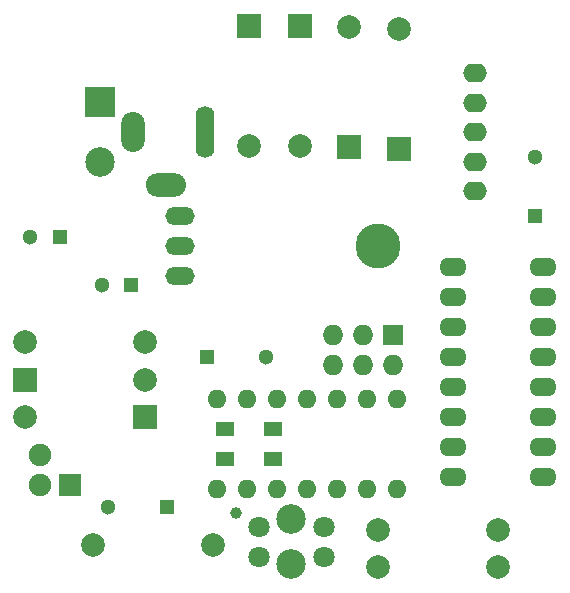
<source format=gbs>
G04 #@! TF.FileFunction,Soldermask,Bot*
%FSLAX46Y46*%
G04 Gerber Fmt 4.6, Leading zero omitted, Abs format (unit mm)*
G04 Created by KiCad (PCBNEW 4.0.2-stable) date 17/06/2016 14:35:20*
%MOMM*%
G01*
G04 APERTURE LIST*
%ADD10C,0.150000*%
%ADD11O,2.300000X1.600000*%
%ADD12O,1.600000X1.600000*%
%ADD13O,2.000000X1.600000*%
%ADD14R,1.600000X1.300000*%
%ADD15C,1.800000*%
%ADD16C,2.500000*%
%ADD17C,1.000000*%
%ADD18R,1.300000X1.300000*%
%ADD19C,1.300000*%
%ADD20O,1.600200X4.399280*%
%ADD21O,1.998980X3.401060*%
%ADD22O,3.401060X1.998980*%
%ADD23C,1.998980*%
%ADD24R,1.998980X1.998980*%
%ADD25R,2.499360X2.499360*%
%ADD26C,2.499360*%
%ADD27R,1.727200X1.727200*%
%ADD28O,1.727200X1.727200*%
%ADD29O,2.499360X1.501140*%
%ADD30C,3.799840*%
%ADD31R,1.905000X1.905000*%
%ADD32C,1.905000*%
G04 APERTURE END LIST*
D10*
D11*
X218694000Y-142668000D03*
X218694000Y-145208000D03*
X218694000Y-147748000D03*
X218694000Y-150288000D03*
X218694000Y-152828000D03*
X218694000Y-155368000D03*
X218694000Y-157908000D03*
X218694000Y-160448000D03*
X226314000Y-160448000D03*
X226314000Y-157908000D03*
X226314000Y-155368000D03*
X226314000Y-152828000D03*
X226314000Y-150288000D03*
X226314000Y-147748000D03*
X226314000Y-145208000D03*
X226314000Y-142668000D03*
D12*
X198739000Y-161463000D03*
X201279000Y-161463000D03*
X203819000Y-161463000D03*
X206359000Y-161463000D03*
X208899000Y-161463000D03*
X211439000Y-161463000D03*
X213979000Y-161463000D03*
X213979000Y-153843000D03*
X211439000Y-153843000D03*
X208899000Y-153843000D03*
X206359000Y-153843000D03*
X203819000Y-153843000D03*
X201279000Y-153843000D03*
X198739000Y-153843000D03*
D13*
X220599000Y-126238000D03*
X220599000Y-128738000D03*
X220599000Y-131238000D03*
X220599000Y-133738000D03*
X220599000Y-136238000D03*
D14*
X203422000Y-156404000D03*
X199422000Y-156404000D03*
X203422000Y-158904000D03*
X199422000Y-158904000D03*
D15*
X202250000Y-167174000D03*
X202250000Y-164634000D03*
X207750000Y-164634000D03*
X207750000Y-167174000D03*
D16*
X205000000Y-167804000D03*
X205000000Y-164004000D03*
D17*
X200350000Y-163454000D03*
D18*
X197866000Y-150288000D03*
D19*
X202866000Y-150288000D03*
D18*
X194524000Y-162988000D03*
D19*
X189524000Y-162988000D03*
D18*
X225679000Y-138343000D03*
D19*
X225679000Y-133343000D03*
D20*
X197739000Y-131238000D03*
D21*
X191643000Y-131238000D03*
D22*
X194437000Y-135683000D03*
D23*
X201424540Y-132381000D03*
D24*
X201424540Y-122221000D03*
D23*
X205745080Y-132381000D03*
D24*
X205745080Y-122221000D03*
D23*
X209931000Y-122348000D03*
D24*
X209931000Y-132508000D03*
D23*
X214122000Y-122475000D03*
D24*
X214122000Y-132635000D03*
D23*
X182499000Y-155370540D03*
D24*
X192659000Y-155370540D03*
D23*
X192659000Y-152190460D03*
D24*
X182499000Y-152190460D03*
D25*
X188849000Y-128698000D03*
D26*
X188849000Y-133778000D03*
D27*
X213614000Y-148383000D03*
D28*
X213614000Y-150923000D03*
X211074000Y-148383000D03*
X211074000Y-150923000D03*
X208534000Y-148383000D03*
X208534000Y-150923000D03*
D23*
X198374000Y-166163000D03*
X188214000Y-166163000D03*
X222504000Y-168068000D03*
X212344000Y-168068000D03*
X192659000Y-149018000D03*
X182499000Y-149018000D03*
X222504000Y-164893000D03*
X212344000Y-164893000D03*
D29*
X195595000Y-140843000D03*
X195595000Y-138303000D03*
X195595000Y-143383000D03*
D30*
X212359000Y-140843000D03*
D19*
X182920000Y-140128000D03*
D18*
X185420000Y-140128000D03*
D19*
X188976000Y-144192000D03*
D18*
X191476000Y-144192000D03*
D31*
X186309000Y-161083000D03*
D32*
X183769000Y-158543000D03*
X183769000Y-161083000D03*
M02*

</source>
